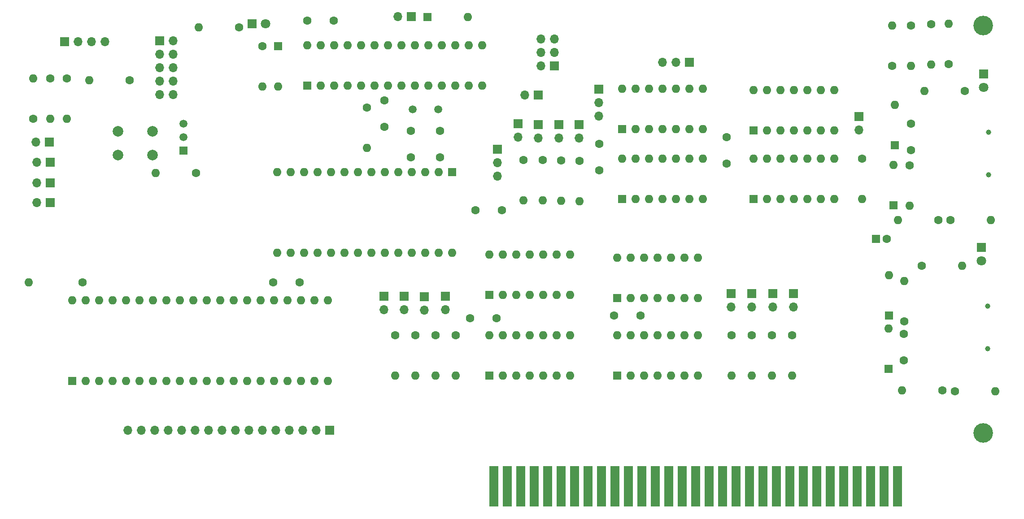
<source format=gbr>
%TF.GenerationSoftware,KiCad,Pcbnew,7.0.11+dfsg-1build4*%
%TF.CreationDate,2025-10-21T20:11:32-05:00*%
%TF.ProjectId,ISACard,49534143-6172-4642-9e6b-696361645f70,rev?*%
%TF.SameCoordinates,Original*%
%TF.FileFunction,Soldermask,Bot*%
%TF.FilePolarity,Negative*%
%FSLAX46Y46*%
G04 Gerber Fmt 4.6, Leading zero omitted, Abs format (unit mm)*
G04 Created by KiCad (PCBNEW 7.0.11+dfsg-1build4) date 2025-10-21 20:11:32*
%MOMM*%
%LPD*%
G01*
G04 APERTURE LIST*
%ADD10C,1.600000*%
%ADD11O,1.600000X1.600000*%
%ADD12R,1.700000X1.700000*%
%ADD13O,1.700000X1.700000*%
%ADD14R,1.780000X7.620000*%
%ADD15R,1.600000X1.600000*%
%ADD16R,1.800000X1.800000*%
%ADD17C,1.800000*%
%ADD18R,1.500000X1.500000*%
%ADD19C,1.500000*%
%ADD20C,3.700000*%
%ADD21C,1.000000*%
%ADD22C,2.000000*%
G04 APERTURE END LIST*
D10*
%TO.C,R9*%
X119690000Y-81510000D03*
D11*
X119690000Y-89130000D03*
%TD*%
D10*
%TO.C,R4*%
X188540000Y-124490000D03*
D11*
X188540000Y-132110000D03*
%TD*%
D12*
%TO.C,JP7*%
X126750000Y-117160000D03*
D13*
X126750000Y-119700000D03*
%TD*%
D10*
%TO.C,R17*%
X87410000Y-93880000D03*
D11*
X79790000Y-93880000D03*
%TD*%
D10*
%TO.C,C15*%
X163560000Y-93380000D03*
X163560000Y-88380000D03*
%TD*%
D14*
%TO.C,J1*%
X219890000Y-153070000D03*
X217350000Y-153070000D03*
X214810000Y-153070000D03*
X212270000Y-153070000D03*
X209730000Y-153070000D03*
X207190000Y-153070000D03*
X204650000Y-153070000D03*
X202110000Y-153070000D03*
X199570000Y-153070000D03*
X197030000Y-153070000D03*
X194490000Y-153070000D03*
X191950000Y-153070000D03*
X189410000Y-153070000D03*
X186870000Y-153070000D03*
X184330000Y-153070000D03*
X181790000Y-153070000D03*
X179250000Y-153070000D03*
X176710000Y-153070000D03*
X174170000Y-153070000D03*
X171630000Y-153070000D03*
X169090000Y-153070000D03*
X166550000Y-153070000D03*
X164010000Y-153070000D03*
X161470000Y-153070000D03*
X158930000Y-153070000D03*
X156390000Y-153070000D03*
X153850000Y-153070000D03*
X151310000Y-153070000D03*
X148770000Y-153070000D03*
X146230000Y-153070000D03*
X143690000Y-153070000D03*
%TD*%
D12*
%TO.C,JP12*%
X159760000Y-84670000D03*
D13*
X159760000Y-87210000D03*
%TD*%
D15*
%TO.C,D6*%
X218230000Y-120770000D03*
D11*
X218230000Y-113150000D03*
%TD*%
D10*
%TO.C,C11*%
X171376000Y-120812000D03*
X166376000Y-120812000D03*
%TD*%
%TO.C,C3*%
X128000000Y-85860000D03*
X128000000Y-90860000D03*
%TD*%
D15*
%TO.C,U3*%
X166950000Y-117505000D03*
D11*
X169490000Y-117505000D03*
X172030000Y-117505000D03*
X174570000Y-117505000D03*
X177110000Y-117505000D03*
X179650000Y-117505000D03*
X182190000Y-117505000D03*
X182190000Y-109885000D03*
X179650000Y-109885000D03*
X177110000Y-109885000D03*
X174570000Y-109885000D03*
X172030000Y-109885000D03*
X169490000Y-109885000D03*
X166950000Y-109885000D03*
%TD*%
D12*
%TO.C,JP5*%
X134560000Y-117160000D03*
D13*
X134560000Y-119700000D03*
%TD*%
D10*
%TO.C,R12*%
X159800000Y-91550000D03*
D11*
X159800000Y-99170000D03*
%TD*%
D12*
%TO.C,JP3*%
X192370000Y-116640000D03*
D13*
X192370000Y-119180000D03*
%TD*%
D12*
%TO.C,JP10*%
X152040000Y-79120000D03*
D13*
X149500000Y-79120000D03*
%TD*%
D10*
%TO.C,R21*%
X226222000Y-65714000D03*
D11*
X226222000Y-73334000D03*
%TD*%
D15*
%TO.C,D9*%
X219364000Y-88580000D03*
D11*
X219364000Y-80960000D03*
%TD*%
D10*
%TO.C,R3*%
X192350000Y-124490000D03*
D11*
X192350000Y-132110000D03*
%TD*%
D10*
%TO.C,R5*%
X136470000Y-124490000D03*
D11*
X136470000Y-132110000D03*
%TD*%
D15*
%TO.C,D4*%
X218180000Y-130820000D03*
D11*
X218180000Y-123200000D03*
%TD*%
D10*
%TO.C,R31*%
X221120000Y-121890000D03*
D11*
X221120000Y-114270000D03*
%TD*%
D16*
%TO.C,D5*%
X236090000Y-75100000D03*
D17*
X236090000Y-77640000D03*
%TD*%
D15*
%TO.C,U11*%
X108480000Y-77340000D03*
D11*
X111020000Y-77340000D03*
X113560000Y-77340000D03*
X116100000Y-77340000D03*
X118640000Y-77340000D03*
X121180000Y-77340000D03*
X123720000Y-77340000D03*
X126260000Y-77340000D03*
X128800000Y-77340000D03*
X131340000Y-77340000D03*
X133880000Y-77340000D03*
X136420000Y-77340000D03*
X138960000Y-77340000D03*
X141500000Y-77340000D03*
X141500000Y-69720000D03*
X138960000Y-69720000D03*
X136420000Y-69720000D03*
X133880000Y-69720000D03*
X131340000Y-69720000D03*
X128800000Y-69720000D03*
X126260000Y-69720000D03*
X123720000Y-69720000D03*
X121180000Y-69720000D03*
X118640000Y-69720000D03*
X116100000Y-69720000D03*
X113560000Y-69720000D03*
X111020000Y-69720000D03*
X108480000Y-69720000D03*
%TD*%
D12*
%TO.C,JP18*%
X144340000Y-89350000D03*
D13*
X144340000Y-91890000D03*
X144340000Y-94430000D03*
%TD*%
D12*
%TO.C,JP15*%
X148220000Y-84530000D03*
D13*
X148220000Y-87070000D03*
%TD*%
D12*
%TO.C,J5*%
X112680000Y-142440000D03*
D13*
X110140000Y-142440000D03*
X107600000Y-142440000D03*
X105060000Y-142440000D03*
X102520000Y-142440000D03*
X99980000Y-142440000D03*
X97440000Y-142440000D03*
X94900000Y-142440000D03*
X92360000Y-142440000D03*
X89820000Y-142440000D03*
X87280000Y-142440000D03*
X84740000Y-142440000D03*
X82200000Y-142440000D03*
X79660000Y-142440000D03*
X77120000Y-142440000D03*
X74580000Y-142440000D03*
%TD*%
D18*
%TO.C,Q1*%
X85110000Y-89580000D03*
D19*
X85110000Y-87040000D03*
X85110000Y-84500000D03*
%TD*%
D15*
%TO.C,C17*%
X215826000Y-106334000D03*
D10*
X217826000Y-106334000D03*
%TD*%
D20*
%TO.C,H1*%
X236000000Y-66000000D03*
%TD*%
D19*
%TO.C,Y1*%
X133180000Y-81830000D03*
X128300000Y-81830000D03*
%TD*%
D10*
%TO.C,R16*%
X74940000Y-76320000D03*
D11*
X67320000Y-76320000D03*
%TD*%
D10*
%TO.C,C14*%
X107020000Y-114540000D03*
X102020000Y-114540000D03*
%TD*%
%TO.C,R28*%
X227570000Y-102770000D03*
D11*
X219950000Y-102770000D03*
%TD*%
D12*
%TO.C,JP22*%
X59900000Y-91850000D03*
D13*
X57360000Y-91850000D03*
%TD*%
D12*
%TO.C,J3*%
X80630000Y-68850000D03*
D13*
X83170000Y-68850000D03*
X80630000Y-71390000D03*
X83170000Y-71390000D03*
X80630000Y-73930000D03*
X83170000Y-73930000D03*
X80630000Y-76470000D03*
X83170000Y-76470000D03*
X80630000Y-79010000D03*
X83170000Y-79010000D03*
%TD*%
D10*
%TO.C,C4*%
X133540000Y-90860000D03*
X133540000Y-85860000D03*
%TD*%
%TO.C,R25*%
X218856000Y-73588000D03*
D11*
X218856000Y-65968000D03*
%TD*%
D10*
%TO.C,C2*%
X113480000Y-65050000D03*
X108480000Y-65050000D03*
%TD*%
D15*
%TO.C,U9*%
X167894000Y-85598000D03*
D11*
X170434000Y-85598000D03*
X172974000Y-85598000D03*
X175514000Y-85598000D03*
X178054000Y-85598000D03*
X180594000Y-85598000D03*
X183134000Y-85598000D03*
X183134000Y-77978000D03*
X180594000Y-77978000D03*
X178054000Y-77978000D03*
X175514000Y-77978000D03*
X172974000Y-77978000D03*
X170434000Y-77978000D03*
X167894000Y-77978000D03*
%TD*%
D12*
%TO.C,JP11*%
X212610000Y-83200000D03*
D13*
X212610000Y-85740000D03*
%TD*%
D10*
%TO.C,R13*%
X156390000Y-91500000D03*
D11*
X156390000Y-99120000D03*
%TD*%
D12*
%TO.C,JP21*%
X59890000Y-95700000D03*
D13*
X57350000Y-95700000D03*
%TD*%
D10*
%TO.C,R14*%
X152880000Y-91390000D03*
D11*
X152880000Y-99010000D03*
%TD*%
D21*
%TO.C,U13*%
X237040000Y-86170000D03*
X237040000Y-94170000D03*
%TD*%
D10*
%TO.C,R7*%
X128850000Y-124490000D03*
D11*
X128850000Y-132110000D03*
%TD*%
D10*
%TO.C,C7*%
X222412000Y-84550000D03*
X222412000Y-89550000D03*
%TD*%
D12*
%TO.C,JP23*%
X59800000Y-88040000D03*
D13*
X57260000Y-88040000D03*
%TD*%
D12*
%TO.C,JP1*%
X200200000Y-116610000D03*
D13*
X200200000Y-119150000D03*
%TD*%
D12*
%TO.C,JP9*%
X128110000Y-64320000D03*
D13*
X125570000Y-64320000D03*
%TD*%
D10*
%TO.C,R15*%
X149280000Y-91440000D03*
D11*
X149280000Y-99060000D03*
%TD*%
D15*
%TO.C,U5*%
X64080000Y-133126000D03*
D11*
X66620000Y-133126000D03*
X69160000Y-133126000D03*
X71700000Y-133126000D03*
X74240000Y-133126000D03*
X76780000Y-133126000D03*
X79320000Y-133126000D03*
X81860000Y-133126000D03*
X84400000Y-133126000D03*
X86940000Y-133126000D03*
X89480000Y-133126000D03*
X92020000Y-133126000D03*
X94560000Y-133126000D03*
X97100000Y-133126000D03*
X99640000Y-133126000D03*
X102180000Y-133126000D03*
X104720000Y-133126000D03*
X107260000Y-133126000D03*
X109800000Y-133126000D03*
X112340000Y-133126000D03*
X112340000Y-117886000D03*
X109800000Y-117886000D03*
X107260000Y-117886000D03*
X104720000Y-117886000D03*
X102180000Y-117886000D03*
X99640000Y-117886000D03*
X97100000Y-117886000D03*
X94560000Y-117886000D03*
X92020000Y-117886000D03*
X89480000Y-117886000D03*
X86940000Y-117886000D03*
X84400000Y-117886000D03*
X81860000Y-117886000D03*
X79320000Y-117886000D03*
X76780000Y-117886000D03*
X74240000Y-117886000D03*
X71700000Y-117886000D03*
X69160000Y-117886000D03*
X66620000Y-117886000D03*
X64080000Y-117886000D03*
%TD*%
D10*
%TO.C,R11*%
X213160000Y-91160000D03*
D11*
X213160000Y-98780000D03*
%TD*%
D22*
%TO.C,SW1*%
X72720000Y-85940000D03*
X79220000Y-85940000D03*
X72720000Y-90440000D03*
X79220000Y-90440000D03*
%TD*%
D12*
%TO.C,JP13*%
X155960000Y-84710000D03*
D13*
X155960000Y-87250000D03*
%TD*%
D10*
%TO.C,C12*%
X144198000Y-121320000D03*
X139198000Y-121320000D03*
%TD*%
%TO.C,R32*%
X224450000Y-111350000D03*
D11*
X232070000Y-111350000D03*
%TD*%
D20*
%TO.C,H2*%
X236000000Y-142930000D03*
%TD*%
D10*
%TO.C,R2*%
X196160000Y-124490000D03*
D11*
X196160000Y-132110000D03*
%TD*%
D10*
%TO.C,R22*%
X229524000Y-73260000D03*
D11*
X229524000Y-65640000D03*
%TD*%
D10*
%TO.C,R23*%
X95560000Y-66330000D03*
D11*
X87940000Y-66330000D03*
%TD*%
D10*
%TO.C,R27*%
X230730000Y-135050000D03*
D11*
X238350000Y-135050000D03*
%TD*%
D10*
%TO.C,R24*%
X222412000Y-65968000D03*
D11*
X222412000Y-73588000D03*
%TD*%
D16*
%TO.C,D7*%
X235680000Y-107910000D03*
D17*
X235680000Y-110450000D03*
%TD*%
D21*
%TO.C,U12*%
X236910000Y-119030000D03*
X236910000Y-127030000D03*
%TD*%
D12*
%TO.C,JP4*%
X188430000Y-116600000D03*
D13*
X188430000Y-119140000D03*
%TD*%
D15*
%TO.C,U1*%
X166945000Y-132100000D03*
D11*
X169485000Y-132100000D03*
X172025000Y-132100000D03*
X174565000Y-132100000D03*
X177105000Y-132100000D03*
X179645000Y-132100000D03*
X182185000Y-132100000D03*
X182185000Y-124480000D03*
X179645000Y-124480000D03*
X177105000Y-124480000D03*
X174565000Y-124480000D03*
X172025000Y-124480000D03*
X169485000Y-124480000D03*
X166945000Y-124480000D03*
%TD*%
D10*
%TO.C,R1*%
X199970000Y-124490000D03*
D11*
X199970000Y-132110000D03*
%TD*%
D15*
%TO.C,U6*%
X192680000Y-98740000D03*
D11*
X195220000Y-98740000D03*
X197760000Y-98740000D03*
X200300000Y-98740000D03*
X202840000Y-98740000D03*
X205380000Y-98740000D03*
X207920000Y-98740000D03*
X207920000Y-91120000D03*
X205380000Y-91120000D03*
X202840000Y-91120000D03*
X200300000Y-91120000D03*
X197760000Y-91120000D03*
X195220000Y-91120000D03*
X192680000Y-91120000D03*
%TD*%
D15*
%TO.C,U4*%
X142815000Y-116860000D03*
D11*
X145355000Y-116860000D03*
X147895000Y-116860000D03*
X150435000Y-116860000D03*
X152975000Y-116860000D03*
X155515000Y-116860000D03*
X158055000Y-116860000D03*
X158055000Y-109240000D03*
X155515000Y-109240000D03*
X152975000Y-109240000D03*
X150435000Y-109240000D03*
X147895000Y-109240000D03*
X145355000Y-109240000D03*
X142815000Y-109240000D03*
%TD*%
D10*
%TO.C,C13*%
X145210000Y-100870000D03*
X140210000Y-100870000D03*
%TD*%
%TO.C,R29*%
X229890000Y-102750000D03*
D11*
X237510000Y-102750000D03*
%TD*%
D16*
%TO.C,D3*%
X98000000Y-65620000D03*
D17*
X100540000Y-65620000D03*
%TD*%
D10*
%TO.C,R35*%
X56690000Y-83600000D03*
D11*
X56690000Y-75980000D03*
%TD*%
D10*
%TO.C,C16*%
X187632000Y-92110000D03*
X187632000Y-87110000D03*
%TD*%
D12*
%TO.C,JP19*%
X163500000Y-78040000D03*
D13*
X163500000Y-80580000D03*
X163500000Y-83120000D03*
%TD*%
D12*
%TO.C,JP2*%
X196290000Y-116630000D03*
D13*
X196290000Y-119170000D03*
%TD*%
D12*
%TO.C,JP16*%
X59900000Y-99400000D03*
D13*
X57360000Y-99400000D03*
%TD*%
D15*
%TO.C,U8*%
X192715000Y-85790000D03*
D11*
X195255000Y-85790000D03*
X197795000Y-85790000D03*
X200335000Y-85790000D03*
X202875000Y-85790000D03*
X205415000Y-85790000D03*
X207955000Y-85790000D03*
X207955000Y-78170000D03*
X205415000Y-78170000D03*
X202875000Y-78170000D03*
X200335000Y-78170000D03*
X197795000Y-78170000D03*
X195255000Y-78170000D03*
X192715000Y-78170000D03*
%TD*%
D15*
%TO.C,U2*%
X142815000Y-132100000D03*
D11*
X145355000Y-132100000D03*
X147895000Y-132100000D03*
X150435000Y-132100000D03*
X152975000Y-132100000D03*
X155515000Y-132100000D03*
X158055000Y-132100000D03*
X158055000Y-124480000D03*
X155515000Y-124480000D03*
X152975000Y-124480000D03*
X150435000Y-124480000D03*
X147895000Y-124480000D03*
X145355000Y-124480000D03*
X142815000Y-124480000D03*
%TD*%
D10*
%TO.C,R6*%
X132660000Y-124490000D03*
D11*
X132660000Y-132110000D03*
%TD*%
D10*
%TO.C,R30*%
X232570000Y-78360000D03*
D11*
X224950000Y-78360000D03*
%TD*%
D15*
%TO.C,D8*%
X219120000Y-99950000D03*
D11*
X219120000Y-92330000D03*
%TD*%
D15*
%TO.C,U10*%
X135830000Y-93700000D03*
D11*
X133290000Y-93700000D03*
X130750000Y-93700000D03*
X128210000Y-93700000D03*
X125670000Y-93700000D03*
X123130000Y-93700000D03*
X120590000Y-93700000D03*
X118050000Y-93700000D03*
X115510000Y-93700000D03*
X112970000Y-93700000D03*
X110430000Y-93700000D03*
X107890000Y-93700000D03*
X105350000Y-93700000D03*
X102810000Y-93700000D03*
X102810000Y-108940000D03*
X105350000Y-108940000D03*
X107890000Y-108940000D03*
X110430000Y-108940000D03*
X112970000Y-108940000D03*
X115510000Y-108940000D03*
X118050000Y-108940000D03*
X120590000Y-108940000D03*
X123130000Y-108940000D03*
X125670000Y-108940000D03*
X128210000Y-108940000D03*
X130750000Y-108940000D03*
X133290000Y-108940000D03*
X135830000Y-108940000D03*
%TD*%
D10*
%TO.C,R26*%
X228320000Y-134950000D03*
D11*
X220700000Y-134950000D03*
%TD*%
D12*
%TO.C,J2*%
X155070000Y-73650000D03*
D13*
X152530000Y-73650000D03*
X155070000Y-71110000D03*
X152530000Y-71110000D03*
X155070000Y-68570000D03*
X152530000Y-68570000D03*
%TD*%
D15*
%TO.C,D1*%
X131100000Y-64370000D03*
D11*
X138720000Y-64370000D03*
%TD*%
D12*
%TO.C,JP14*%
X152020000Y-84670000D03*
D13*
X152020000Y-87210000D03*
%TD*%
D10*
%TO.C,R36*%
X59890000Y-76000000D03*
D11*
X59890000Y-83620000D03*
%TD*%
D12*
%TO.C,JP8*%
X122880000Y-117160000D03*
D13*
X122880000Y-119700000D03*
%TD*%
D10*
%TO.C,R33*%
X222158000Y-92384000D03*
D11*
X222158000Y-100004000D03*
%TD*%
D15*
%TO.C,U7*%
X167889000Y-98796000D03*
D11*
X170429000Y-98796000D03*
X172969000Y-98796000D03*
X175509000Y-98796000D03*
X178049000Y-98796000D03*
X180589000Y-98796000D03*
X183129000Y-98796000D03*
X183129000Y-91176000D03*
X180589000Y-91176000D03*
X178049000Y-91176000D03*
X175509000Y-91176000D03*
X172969000Y-91176000D03*
X170429000Y-91176000D03*
X167889000Y-91176000D03*
%TD*%
D10*
%TO.C,C6*%
X221060000Y-129230000D03*
X221060000Y-124230000D03*
%TD*%
D12*
%TO.C,JP17*%
X180570000Y-72950000D03*
D13*
X178030000Y-72950000D03*
X175490000Y-72950000D03*
%TD*%
D10*
%TO.C,R37*%
X63080000Y-75970000D03*
D11*
X63080000Y-83590000D03*
%TD*%
D15*
%TO.C,D2*%
X102970000Y-69860000D03*
D11*
X102970000Y-77480000D03*
%TD*%
D10*
%TO.C,C1*%
X123040000Y-80130000D03*
X123040000Y-85130000D03*
%TD*%
D12*
%TO.C,JP6*%
X130580000Y-117200000D03*
D13*
X130580000Y-119740000D03*
%TD*%
D12*
%TO.C,J4*%
X62670000Y-69060000D03*
D13*
X65210000Y-69060000D03*
X67750000Y-69060000D03*
X70290000Y-69060000D03*
%TD*%
D10*
%TO.C,R10*%
X66010000Y-114520000D03*
D11*
X55850000Y-114520000D03*
%TD*%
D10*
%TO.C,R18*%
X99980000Y-69860000D03*
D11*
X99980000Y-77480000D03*
%TD*%
D10*
%TO.C,R8*%
X125040000Y-124490000D03*
D11*
X125040000Y-132110000D03*
%TD*%
M02*

</source>
